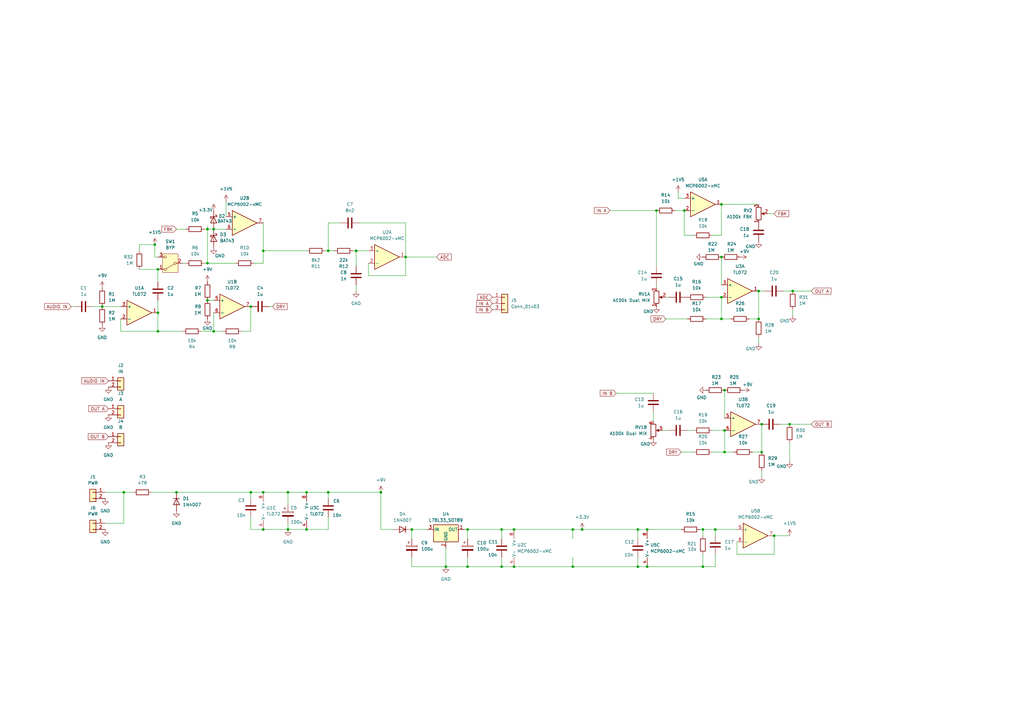
<source format=kicad_sch>
(kicad_sch (version 20231120) (generator "eeschema") (generator_version "8.0")
  (paper "A3")
  (title_block (title "Stereo AVR Digital Delay") (date "2025-02-22") (rev "0.1") (company "SMB Amplification"))
  (lib_symbols
    (symbol "Amplifier_Operational:MCP6002-xSN" (pin_names (offset 0.127))
      (property "Reference" "U" (at 0 5.08 0))
      (property "Value" "MCP6002-xSN" (at 0 -5.08 0))
      (symbol "MCP6002-xSN_1_1"
        (pin output line (at 7.62 0 180) (length 2.54) (name "~") (number "1"))
        (pin input line (at -7.62 -2.54 0) (length 2.54) (name "-") (number "2"))
        (pin input line (at -7.62 2.54 0) (length 2.54) (name "+") (number "3"))
      )
      (symbol "MCP6002-xSN_2_1"
        (pin input line (at -7.62 2.54 0) (length 2.54) (name "+") (number "5"))
        (pin input line (at -7.62 -2.54 0) (length 2.54) (name "-") (number "6"))
        (pin output line (at 7.62 0 180) (length 2.54) (name "~") (number "7"))
      )
      (symbol "MCP6002-xSN_3_1"
        (pin power_in line (at -2.54 -7.62 90) (length 3.81) (name "V-") (number "4"))
        (pin power_in line (at -2.54 7.62 270) (length 3.81) (name "V+") (number "8"))
      )
    )
    (symbol "Amplifier_Operational:TL072" (pin_names (offset 0.127))
      (property "Reference" "U" (at 0 5.08 0))
      (property "Value" "TL072" (at 0 -5.08 0))
      (symbol "TL072_1_1"
        (pin output line (at 7.62 0 180) (length 2.54) (name "~") (number "1"))
        (pin input line (at -7.62 -2.54 0) (length 2.54) (name "-") (number "2"))
        (pin input line (at -7.62 2.54 0) (length 2.54) (name "+") (number "3"))
      )
      (symbol "TL072_2_1"
        (pin input line (at -7.62 2.54 0) (length 2.54) (name "+") (number "5"))
        (pin input line (at -7.62 -2.54 0) (length 2.54) (name "-") (number "6"))
        (pin output line (at 7.62 0 180) (length 2.54) (name "~") (number "7"))
      )
      (symbol "TL072_3_1"
        (pin power_in line (at -2.54 -7.62 90) (length 3.81) (name "V-") (number "4"))
        (pin power_in line (at -2.54 7.62 270) (length 3.81) (name "V+") (number "8"))
      )
    )
    (symbol "Connector_Generic:Conn_01x02" (pin_names (offset 1.016) hide)
      (property "Reference" "J" (at 0 2.54 0))
      (property "Value" "Conn_01x02" (at 0 -5.08 0))
      (symbol "Conn_01x02_1_1"
        (pin passive line (at -5.08 0 0) (length 3.81) (name "Pin_1") (number "1"))
        (pin passive line (at -5.08 -2.54 0) (length 3.81) (name "Pin_2") (number "2"))
      )
    )
    (symbol "Connector_Generic:Conn_01x03" (pin_names (offset 1.016) hide)
      (property "Reference" "J" (at 0 5.08 0))
      (property "Value" "Conn_01x03" (at 0 -5.08 0))
      (symbol "Conn_01x03_1_1"
        (pin passive line (at -5.08 2.54 0) (length 3.81) (name "Pin_1") (number "1"))
        (pin passive line (at -5.08 0 0) (length 3.81) (name "Pin_2") (number "2"))
        (pin passive line (at -5.08 -2.54 0) (length 3.81) (name "Pin_3") (number "3"))
      )
    )
    (symbol "Device:C" (pin_numbers hide) (pin_names (offset 0.254))
      (property "Reference" "C" (at 0.635 2.54 0))
      (property "Value" "C" (at 0.635 -2.54 0))
      (symbol "C_1_1"
        (pin passive line (at 0 3.81 270) (length 2.794) (name "~") (number "1"))
        (pin passive line (at 0 -3.81 90) (length 2.794) (name "~") (number "2"))
      )
    )
    (symbol "Device:C_Polarized" (pin_numbers hide) (pin_names (offset 0.254))
      (property "Reference" "C" (at 0.635 2.54 0))
      (property "Value" "C_Polarized" (at 0.635 -2.54 0))
      (symbol "C_Polarized_1_1"
        (pin passive line (at 0 3.81 270) (length 2.794) (name "~") (number "1"))
        (pin passive line (at 0 -3.81 90) (length 2.794) (name "~") (number "2"))
      )
    )
    (symbol "Device:D" (pin_numbers hide) (pin_names (offset 1.016) hide)
      (property "Reference" "D" (at 0 2.54 0))
      (property "Value" "D" (at 0 -2.54 0))
      (symbol "D_1_1"
        (pin passive line (at -3.81 0 0) (length 2.54) (name "K") (number "1"))
        (pin passive line (at 3.81 0 180) (length 2.54) (name "A") (number "2"))
      )
    )
    (symbol "Device:D_Schottky" (pin_numbers hide) (pin_names (offset 1.016) hide)
      (property "Reference" "D" (at 0 2.54 0))
      (property "Value" "D_Schottky" (at 0 -2.54 0))
      (symbol "D_Schottky_1_1"
        (pin passive line (at -3.81 0 0) (length 2.54) (name "K") (number "1"))
        (pin passive line (at 3.81 0 180) (length 2.54) (name "A") (number "2"))
      )
    )
    (symbol "Device:R" (pin_numbers hide) (pin_names (offset 0))
      (property "Reference" "R" (at 2.032 0 90))
      (property "Value" "R" (at 0 0 90))
      (symbol "R_1_1"
        (pin passive line (at 0 3.81 270) (length 1.27) (name "~") (number "1"))
        (pin passive line (at 0 -3.81 90) (length 1.27) (name "~") (number "2"))
      )
    )
    (symbol "Device:R_Potentiometer" (pin_names (offset 1.016) hide)
      (property "Reference" "RV" (at -4.445 0 90))
      (property "Value" "R_Potentiometer" (at -2.54 0 90))
      (symbol "R_Potentiometer_1_1"
        (pin passive line (at 0 3.81 270) (length 1.27) (name "1") (number "1"))
        (pin passive line (at 3.81 0 180) (length 1.27) (name "2") (number "2"))
        (pin passive line (at 0 -3.81 90) (length 1.27) (name "3") (number "3"))
      )
    )
    (symbol "Device:R_Potentiometer_Dual_Separate" (pin_names (offset 1.016) hide)
      (property "Reference" "RV" (at -4.445 0 90))
      (property "Value" "R_Potentiometer_Dual_Separate" (at -2.54 0 90))
      (symbol "R_Potentiometer_Dual_Separate_1_1"
        (pin passive line (at 0 3.81 270) (length 1.27) (name "1") (number "1"))
        (pin passive line (at 3.81 0 180) (length 1.27) (name "2") (number "2"))
        (pin passive line (at 0 -3.81 90) (length 1.27) (name "3") (number "3"))
      )
      (symbol "R_Potentiometer_Dual_Separate_2_1"
        (pin passive line (at 0 3.81 270) (length 1.27) (name "4") (number "4"))
        (pin passive line (at 3.81 0 180) (length 1.27) (name "5") (number "5"))
        (pin passive line (at 0 -3.81 90) (length 1.27) (name "6") (number "6"))
      )
    )
    (symbol "Regulator_Linear:L78L33_SOT89" (pin_names (offset 0.254))
      (property "Reference" "U" (at -3.81 3.175 0))
      (property "Value" "L78L33_SOT89" (at -0.635 3.175 0))
      (symbol "L78L33_SOT89_1_1"
        (pin power_out line (at 7.62 0 180) (length 2.54) (name "OUT") (number "1"))
        (pin power_in line (at 0 -7.62 90) (length 2.54) (name "GND") (number "2"))
        (pin power_in line (at -7.62 0 0) (length 2.54) (name "IN") (number "3"))
      )
    )
    (symbol "Switch:SW_SPDT" (pin_names (offset 0) hide)
      (property "Reference" "SW" (at 0 5.08 0))
      (property "Value" "SW_SPDT" (at 0 -5.08 0))
      (symbol "SW_SPDT_1_1"
        (pin passive line (at 5.08 2.54 180) (length 2.54) (name "A") (number "1"))
        (pin passive line (at -5.08 0 0) (length 2.54) (name "B") (number "2"))
        (pin passive line (at 5.08 -2.54 180) (length 2.54) (name "C") (number "3"))
      )
    )
    (symbol "power:+1V5" (power) (pin_numbers hide) (pin_names (offset 0) hide)
      (property "Value" "+1V5" (at 0 3.556 0))
      (symbol "+1V5_1_1"
        (pin power_in line (at 0 0 90) (length 0) (name "~") (number "1"))
      )
    )
    (symbol "power:+3.3V" (power) (pin_numbers hide) (pin_names (offset 0) hide)
      (property "Value" "+3.3V" (at 0 3.556 0))
      (symbol "+3.3V_1_1"
        (pin power_in line (at 0 0 90) (length 0) (name "~") (number "1"))
      )
    )
    (symbol "power:+9V" (power) (pin_numbers hide) (pin_names (offset 0) hide)
      (property "Value" "+9V" (at 0 3.556 0))
      (symbol "+9V_1_1"
        (pin power_in line (at 0 0 90) (length 0) (name "~") (number "1"))
      )
    )
    (symbol "power:GND" (power) (pin_numbers hide) (pin_names (offset 0) hide)
      (property "Value" "GND" (at 0 -3.81 0))
      (symbol "GND_1_1"
        (pin power_in line (at 0 0 270) (length 0) (name "~") (number "1"))
      )
    )
  )
  (junction (at 311.15 119.38))
  (junction (at 297.18 176.53))
  (junction (at 295.91 83.82))
  (junction (at 234.95 232.41))
  (junction (at 265.43 217.17))
  (junction (at 265.43 232.41))
  (junction (at 293.37 217.17))
  (junction (at 107.95 201.93))
  (junction (at 280.67 86.36))
  (junction (at 102.87 125.73))
  (junction (at 210.82 232.41))
  (junction (at 87.63 135.89))
  (junction (at 118.11 201.93))
  (junction (at 234.95 217.17))
  (junction (at 323.85 173.99))
  (junction (at 64.77 110.49))
  (junction (at 50.8 201.93))
  (junction (at 312.42 173.99))
  (junction (at 72.39 201.93))
  (junction (at 295.91 121.92))
  (junction (at 312.42 185.42))
  (junction (at 297.18 185.42))
  (junction (at 182.88 232.41))
  (junction (at 191.77 217.17))
  (junction (at 63.5 100.33))
  (junction (at 168.91 217.17))
  (junction (at 85.09 93.98))
  (junction (at 134.62 102.87))
  (junction (at 146.05 102.87))
  (junction (at 325.12 119.38))
  (junction (at 288.29 217.17))
  (junction (at 41.91 125.73))
  (junction (at 261.62 232.41))
  (junction (at 85.09 123.19))
  (junction (at 191.77 232.41))
  (junction (at 64.77 135.89))
  (junction (at 295.91 105.41))
  (junction (at 238.76 217.17))
  (junction (at 85.09 107.95))
  (junction (at 317.5 219.71))
  (junction (at 205.74 232.41))
  (junction (at 118.11 217.17))
  (junction (at 269.24 86.36))
  (junction (at 288.29 232.41))
  (junction (at 87.63 93.98))
  (junction (at 295.91 130.81))
  (junction (at 205.74 217.17))
  (junction (at 107.95 102.87))
  (junction (at 210.82 217.17))
  (junction (at 134.62 201.93))
  (junction (at 64.77 128.27))
  (junction (at 107.95 217.17))
  (junction (at 102.87 201.93))
  (junction (at 166.37 105.41))
  (junction (at 311.15 130.81))
  (junction (at 156.21 201.93))
  (junction (at 125.73 217.17))
  (junction (at 297.18 160.02))
  (junction (at 125.73 201.93))
  (junction (at 261.62 217.17))
  (wire (pts (xy 168.91 228.6) (xy 168.91 232.41)))
  (wire (pts (xy 191.77 217.17) (xy 205.74 217.17)))
  (wire (pts (xy 62.23 201.93) (xy 72.39 201.93)))
  (wire (pts (xy 311.15 138.43) (xy 311.15 140.97)))
  (wire (pts (xy 118.11 217.17) (xy 125.73 217.17)))
  (wire (pts (xy 49.53 135.89) (xy 64.77 135.89)))
  (wire (pts (xy 302.26 227.33) (xy 317.5 227.33)))
  (wire (pts (xy 134.62 212.09) (xy 134.62 217.17)))
  (wire (pts (xy 293.37 217.17) (xy 293.37 219.71)))
  (wire (pts (xy 190.5 217.17) (xy 191.77 217.17)))
  (wire (pts (xy 99.06 135.89) (xy 102.87 135.89)))
  (wire (pts (xy 311.15 130.81) (xy 307.34 130.81)))
  (wire (pts (xy 29.21 125.73) (xy 30.48 125.73)))
  (wire (pts (xy 288.29 227.33) (xy 288.29 232.41)))
  (wire (pts (xy 280.67 96.52) (xy 284.48 96.52)))
  (wire (pts (xy 156.21 201.93) (xy 156.21 217.17)))
  (wire (pts (xy 281.94 176.53) (xy 284.48 176.53)))
  (wire (pts (xy 288.29 217.17) (xy 288.29 219.71)))
  (wire (pts (xy 295.91 130.81) (xy 295.91 121.92)))
  (wire (pts (xy 83.82 93.98) (xy 85.09 93.98)))
  (wire (pts (xy 41.91 125.73) (xy 49.53 125.73)))
  (wire (pts (xy 292.1 176.53) (xy 297.18 176.53)))
  (wire (pts (xy 311.15 119.38) (xy 313.69 119.38)))
  (wire (pts (xy 168.91 232.41) (xy 182.88 232.41)))
  (wire (pts (xy 312.42 193.04) (xy 312.42 195.58)))
  (wire (pts (xy 311.15 119.38) (xy 311.15 130.81)))
  (wire (pts (xy 102.87 135.89) (xy 102.87 125.73)))
  (wire (pts (xy 85.09 93.98) (xy 87.63 93.98)))
  (wire (pts (xy 325.12 127) (xy 325.12 129.54)))
  (wire (pts (xy 85.09 92.71) (xy 85.09 93.98)))
  (wire (pts (xy 85.09 93.98) (xy 85.09 107.95)))
  (wire (pts (xy 252.73 161.29) (xy 267.97 161.29)))
  (wire (pts (xy 102.87 201.93) (xy 102.87 204.47)))
  (wire (pts (xy 166.37 113.03) (xy 166.37 105.41)))
  (wire (pts (xy 205.74 217.17) (xy 205.74 220.98)))
  (wire (pts (xy 300.99 185.42) (xy 297.18 185.42)))
  (wire (pts (xy 293.37 227.33) (xy 293.37 232.41)))
  (wire (pts (xy 234.95 232.41) (xy 234.95 228.6)))
  (wire (pts (xy 234.95 217.17) (xy 234.95 220.98)))
  (wire (pts (xy 134.62 102.87) (xy 137.16 102.87)))
  (wire (pts (xy 302.26 222.25) (xy 302.26 227.33)))
  (wire (pts (xy 151.13 107.95) (xy 151.13 113.03)))
  (wire (pts (xy 110.49 125.73) (xy 111.76 125.73)))
  (wire (pts (xy 265.43 217.17) (xy 279.4 217.17)))
  (wire (pts (xy 295.91 96.52) (xy 295.91 83.82)))
  (wire (pts (xy 325.12 119.38) (xy 332.74 119.38)))
  (wire (pts (xy 312.42 185.42) (xy 308.61 185.42)))
  (wire (pts (xy 107.95 102.87) (xy 125.73 102.87)))
  (wire (pts (xy 64.77 115.57) (xy 64.77 110.49)))
  (wire (pts (xy 289.56 130.81) (xy 295.91 130.81)))
  (wire (pts (xy 191.77 228.6) (xy 191.77 232.41)))
  (wire (pts (xy 210.82 232.41) (xy 234.95 232.41)))
  (wire (pts (xy 146.05 102.87) (xy 146.05 109.22)))
  (wire (pts (xy 134.62 91.44) (xy 134.62 102.87)))
  (wire (pts (xy 102.87 201.93) (xy 107.95 201.93)))
  (wire (pts (xy 139.7 91.44) (xy 134.62 91.44)))
  (wire (pts (xy 107.95 91.44) (xy 107.95 102.87)))
  (wire (pts (xy 267.97 168.91) (xy 267.97 172.72)))
  (wire (pts (xy 146.05 102.87) (xy 151.13 102.87)))
  (wire (pts (xy 295.91 105.41) (xy 295.91 116.84)))
  (wire (pts (xy 182.88 232.41) (xy 191.77 232.41)))
  (wire (pts (xy 102.87 217.17) (xy 107.95 217.17)))
  (wire (pts (xy 166.37 91.44) (xy 166.37 105.41)))
  (wire (pts (xy 43.18 214.63) (xy 50.8 214.63)))
  (wire (pts (xy 234.95 217.17) (xy 238.76 217.17)))
  (wire (pts (xy 279.4 185.42) (xy 284.48 185.42)))
  (wire (pts (xy 278.13 81.28) (xy 278.13 78.74)))
  (wire (pts (xy 166.37 105.41) (xy 179.07 105.41)))
  (wire (pts (xy 297.18 185.42) (xy 297.18 176.53)))
  (wire (pts (xy 320.04 173.99) (xy 323.85 173.99)))
  (wire (pts (xy 205.74 228.6) (xy 205.74 232.41)))
  (wire (pts (xy 161.29 217.17) (xy 156.21 217.17)))
  (wire (pts (xy 269.24 86.36) (xy 269.24 109.22)))
  (wire (pts (xy 107.95 107.95) (xy 107.95 102.87)))
  (wire (pts (xy 92.71 82.55) (xy 92.71 88.9)))
  (wire (pts (xy 83.82 107.95) (xy 85.09 107.95)))
  (wire (pts (xy 312.42 173.99) (xy 312.42 185.42)))
  (wire (pts (xy 125.73 201.93) (xy 134.62 201.93)))
  (wire (pts (xy 297.18 160.02) (xy 297.18 171.45)))
  (wire (pts (xy 191.77 217.17) (xy 191.77 220.98)))
  (wire (pts (xy 63.5 105.41) (xy 63.5 100.33)))
  (wire (pts (xy 250.19 86.36) (xy 269.24 86.36)))
  (wire (pts (xy 151.13 113.03) (xy 166.37 113.03)))
  (wire (pts (xy 85.09 123.19) (xy 87.63 123.19)))
  (wire (pts (xy 64.77 123.19) (xy 64.77 128.27)))
  (wire (pts (xy 292.1 96.52) (xy 295.91 96.52)))
  (wire (pts (xy 74.93 107.95) (xy 76.2 107.95)))
  (wire (pts (xy 271.78 176.53) (xy 274.32 176.53)))
  (wire (pts (xy 168.91 217.17) (xy 168.91 220.98)))
  (wire (pts (xy 134.62 217.17) (xy 125.73 217.17)))
  (wire (pts (xy 43.18 201.93) (xy 50.8 201.93)))
  (wire (pts (xy 64.77 105.41) (xy 63.5 105.41)))
  (wire (pts (xy 289.56 121.92) (xy 295.91 121.92)))
  (wire (pts (xy 288.29 217.17) (xy 293.37 217.17)))
  (wire (pts (xy 261.62 232.41) (xy 265.43 232.41)))
  (wire (pts (xy 87.63 93.98) (xy 92.71 93.98)))
  (wire (pts (xy 299.72 130.81) (xy 295.91 130.81)))
  (wire (pts (xy 234.95 232.41) (xy 261.62 232.41)))
  (wire (pts (xy 134.62 201.93) (xy 134.62 204.47)))
  (wire (pts (xy 72.39 201.93) (xy 102.87 201.93)))
  (wire (pts (xy 261.62 217.17) (xy 238.76 217.17)))
  (wire (pts (xy 292.1 185.42) (xy 297.18 185.42)))
  (wire (pts (xy 146.05 116.84) (xy 146.05 119.38)))
  (wire (pts (xy 64.77 135.89) (xy 74.93 135.89)))
  (wire (pts (xy 118.11 201.93) (xy 125.73 201.93)))
  (wire (pts (xy 314.96 87.63) (xy 317.5 87.63)))
  (wire (pts (xy 118.11 217.17) (xy 118.11 214.63)))
  (wire (pts (xy 50.8 201.93) (xy 54.61 201.93)))
  (wire (pts (xy 323.85 173.99) (xy 332.74 173.99)))
  (wire (pts (xy 147.32 91.44) (xy 166.37 91.44)))
  (wire (pts (xy 144.78 102.87) (xy 146.05 102.87)))
  (wire (pts (xy 210.82 217.17) (xy 234.95 217.17)))
  (wire (pts (xy 321.31 119.38) (xy 325.12 119.38)))
  (wire (pts (xy 276.86 86.36) (xy 280.67 86.36)))
  (wire (pts (xy 205.74 232.41) (xy 210.82 232.41)))
  (wire (pts (xy 118.11 201.93) (xy 118.11 207.01)))
  (wire (pts (xy 82.55 135.89) (xy 87.63 135.89)))
  (wire (pts (xy 280.67 86.36) (xy 280.67 96.52)))
  (wire (pts (xy 133.35 102.87) (xy 134.62 102.87)))
  (wire (pts (xy 205.74 217.17) (xy 210.82 217.17)))
  (wire (pts (xy 261.62 220.98) (xy 261.62 217.17)))
  (wire (pts (xy 273.05 121.92) (xy 274.32 121.92)))
  (wire (pts (xy 49.53 130.81) (xy 49.53 135.89)))
  (wire (pts (xy 293.37 232.41) (xy 288.29 232.41)))
  (wire (pts (xy 57.15 100.33) (xy 63.5 100.33)))
  (wire (pts (xy 273.05 130.81) (xy 281.94 130.81)))
  (wire (pts (xy 182.88 224.79) (xy 182.88 232.41)))
  (wire (pts (xy 323.85 181.61) (xy 323.85 189.23)))
  (wire (pts (xy 50.8 214.63) (xy 50.8 201.93)))
  (wire (pts (xy 85.09 107.95) (xy 96.52 107.95)))
  (wire (pts (xy 102.87 212.09) (xy 102.87 217.17)))
  (wire (pts (xy 288.29 232.41) (xy 265.43 232.41)))
  (wire (pts (xy 323.85 219.71) (xy 317.5 219.71)))
  (wire (pts (xy 287.02 217.17) (xy 288.29 217.17)))
  (wire (pts (xy 175.26 217.17) (xy 168.91 217.17)))
  (wire (pts (xy 261.62 228.6) (xy 261.62 232.41)))
  (wire (pts (xy 57.15 110.49) (xy 64.77 110.49)))
  (wire (pts (xy 38.1 125.73) (xy 41.91 125.73)))
  (wire (pts (xy 87.63 135.89) (xy 87.63 128.27)))
  (wire (pts (xy 57.15 102.87) (xy 57.15 100.33)))
  (wire (pts (xy 317.5 227.33) (xy 317.5 219.71)))
  (wire (pts (xy 134.62 201.93) (xy 156.21 201.93)))
  (wire (pts (xy 64.77 128.27) (xy 64.77 135.89)))
  (wire (pts (xy 191.77 232.41) (xy 205.74 232.41)))
  (wire (pts (xy 107.95 107.95) (xy 104.14 107.95)))
  (wire (pts (xy 261.62 217.17) (xy 265.43 217.17)))
  (wire (pts (xy 91.44 135.89) (xy 87.63 135.89)))
  (wire (pts (xy 269.24 116.84) (xy 269.24 118.11)))
  (wire (pts (xy 280.67 81.28) (xy 278.13 81.28)))
  (wire (pts (xy 107.95 217.17) (xy 118.11 217.17)))
  (wire (pts (xy 293.37 217.17) (xy 302.26 217.17)))
  (wire (pts (xy 107.95 201.93) (xy 118.11 201.93)))
  (wire (pts (xy 295.91 83.82) (xy 311.15 83.82)))
  (wire (pts (xy 72.39 93.98) (xy 76.2 93.98)))
  (global_label "AUDIO IN" (shape input) (at 44.45 156.21 180) (property "Intersheetrefs" "${INTERSHEET_REFS}" (effects (hide yes))))
  (global_label "OUT B" (shape input) (at 332.74 173.99 0) (property "Intersheetrefs" "${INTERSHEET_REFS}" (effects (hide yes))))
  (global_label "ADC" (shape input) (at 201.93 121.92 180) (property "Intersheetrefs" "${INTERSHEET_REFS}" (effects (hide yes))))
  (global_label "IN A" (shape input) (at 250.19 86.36 180) (property "Intersheetrefs" "${INTERSHEET_REFS}" (effects (hide yes))))
  (global_label "OUT A" (shape input) (at 44.45 167.64 180) (property "Intersheetrefs" "${INTERSHEET_REFS}" (effects (hide yes))))
  (global_label "IN B" (shape input) (at 252.73 161.29 180) (property "Intersheetrefs" "${INTERSHEET_REFS}" (effects (hide yes))))
  (global_label "ADC" (shape input) (at 179.07 105.41 0) (property "Intersheetrefs" "${INTERSHEET_REFS}" (effects (hide yes))))
  (global_label "OUT B" (shape input) (at 44.45 179.07 180) (property "Intersheetrefs" "${INTERSHEET_REFS}" (effects (hide yes))))
  (global_label "FBK" (shape input) (at 72.39 93.98 180) (property "Intersheetrefs" "${INTERSHEET_REFS}" (effects (hide yes))))
  (global_label "DRY" (shape input) (at 273.05 130.81 180) (property "Intersheetrefs" "${INTERSHEET_REFS}" (effects (hide yes))))
  (global_label "OUT A" (shape input) (at 332.74 119.38 0) (property "Intersheetrefs" "${INTERSHEET_REFS}" (effects (hide yes))))
  (global_label "FBK" (shape input) (at 317.5 87.63 0) (property "Intersheetrefs" "${INTERSHEET_REFS}" (effects (hide yes))))
  (global_label "IN B" (shape input) (at 201.93 127 180) (property "Intersheetrefs" "${INTERSHEET_REFS}" (effects (hide yes))))
  (global_label "DRY" (shape input) (at 279.4 185.42 180) (property "Intersheetrefs" "${INTERSHEET_REFS}" (effects (hide yes))))
  (global_label "DRY" (shape input) (at 111.76 125.73 0) (property "Intersheetrefs" "${INTERSHEET_REFS}" (effects (hide yes))))
  (global_label "IN A" (shape input) (at 201.93 124.46 180) (property "Intersheetrefs" "${INTERSHEET_REFS}" (effects (hide yes))))
  (global_label "AUDIO IN" (shape input) (at 29.21 125.73 180) (property "Intersheetrefs" "${INTERSHEET_REFS}" (effects (hide yes))))
  (symbol (lib_id "Device:R_Potentiometer") (at 311.15 87.63 0) (mirror x) (unit 1) (in_bom no)
    (property "Reference" "RV2" (at 308.61 86.3599 0) (effects (justify right)))
    (property "Value" "A100k FBK" (at 308.61 88.8999 0) (effects (justify right)))
    (property "Footprint" "POT_ALPHA:RV16AF-41" (effects (hide yes)))
    (property "Description" "Potentiometer" (effects (hide yes)))
  )
  (symbol (lib_id "power:GND") (at 44.45 170.18 0) (unit 1)
    (property "Reference" "#PWR05" (effects (hide yes)))
    (property "Value" "GND" (at 44.45 175.26 0))
    (property "Description" "Power symbol creates a global label with name \"GND\" , ground" (effects (hide yes)))
  )
  (symbol (lib_id "Device:R") (at 129.54 102.87 90) (mirror x) (unit 1)
    (property "Reference" "R11" (at 129.54 109.22 90))
    (property "Value" "8k2" (at 129.54 106.68 90))
    (property "Footprint" "Resistor_SMD:R_0805_2012Metric" (effects (hide yes)))
    (property "Description" "Resistor" (effects (hide yes)))
  )
  (symbol (lib_id "power:GND") (at 267.97 180.34 0) (unit 1)
    (property "Reference" "#PWR019" (effects (hide yes)))
    (property "Value" "GND" (at 264.668 182.118 0))
    (property "Description" "Power symbol creates a global label with name \"GND\" , ground" (effects (hide yes)))
  )
  (symbol (lib_id "Amplifier_Operational:TL072") (at 110.49 209.55 0) (unit 3)
    (property "Reference" "U1" (at 109.22 208.2799 0) (effects (justify left)))
    (property "Value" "TL072" (at 109.22 210.8199 0) (effects (justify left)))
    (property "Footprint" "Package_SO:SOIC-8_3.9x4.9mm_P1.27mm" (effects (hide yes)))
    (property "Datasheet" "http://www.ti.com/lit/ds/symlink/tl071.pdf" (effects (hide yes)))
    (property "Description" "Dual Low-Noise JFET-Input Operational Amplifiers, DIP-8/SOIC-8" (effects (hide yes)))
  )
  (symbol (lib_id "Device:C_Polarized") (at 168.91 224.79 0) (unit 1) (in_bom no)
    (property "Reference" "C9" (at 172.72 222.6309 0) (effects (justify left)))
    (property "Value" "100u" (at 172.72 225.1709 0) (effects (justify left)))
    (property "Footprint" "Capacitor_THT:CP_Radial_D6.3mm_P2.50mm" (effects (hide yes)))
    (property "Description" "Polarized capacitor" (effects (hide yes)))
  )
  (symbol (lib_id "Device:R") (at 292.1 105.41 270) (mirror x) (unit 1)
    (property "Reference" "R22" (at 290.322 100.076 90) (effects (justify left)))
    (property "Value" "1M" (at 290.322 102.616 90) (effects (justify left)))
    (property "Footprint" "Resistor_SMD:R_0805_2012Metric" (effects (hide yes)))
    (property "Description" "Resistor" (effects (hide yes)))
  )
  (symbol (lib_id "power:+9V") (at 41.91 118.11 0) (unit 1)
    (property "Reference" "#PWR01" (effects (hide yes)))
    (property "Value" "+9V" (at 41.91 113.03 0))
    (property "Description" "Power symbol creates a global label with name \"+9V\"" (effects (hide yes)))
  )
  (symbol (lib_id "power:+1V5") (at 278.13 78.74 0) (unit 1)
    (property "Reference" "#PWR021" (effects (hide yes)))
    (property "Value" "+1V5" (at 278.13 73.66 0))
    (property "Description" "Power symbol creates a global label with name \"+1V5\"" (effects (hide yes)))
  )
  (symbol (lib_id "Amplifier_Operational:TL072") (at 304.8 173.99 0) (unit 2)
    (property "Reference" "U3" (at 304.8 163.83 0))
    (property "Value" "TL072" (at 304.8 166.37 0))
    (property "Footprint" "Package_SO:SOIC-8_3.9x4.9mm_P1.27mm" (effects (hide yes)))
    (property "Datasheet" "http://www.ti.com/lit/ds/symlink/tl071.pdf" (effects (hide yes)))
    (property "Description" "Dual Low-Noise JFET-Input Operational Amplifiers, DIP-8/SOIC-8" (effects (hide yes)))
  )
  (symbol (lib_id "Device:D_Schottky") (at 87.63 90.17 270) (unit 1) (in_bom no)
    (property "Reference" "D2" (at 89.662 88.646 90) (effects (justify left)))
    (property "Value" "BAT43" (at 89.154 90.678 90) (effects (justify left)))
    (property "Footprint" "Diode_THT:D_DO-35_SOD27_P7.62mm_Horizontal" (effects (hide yes)))
    (property "Description" "Schottky diode" (effects (hide yes)))
  )
  (symbol (lib_id "power:+1V5") (at 92.71 82.55 0) (unit 1)
    (property "Reference" "#PWR013" (effects (hide yes)))
    (property "Value" "+1V5" (at 92.71 77.47 0))
    (property "Description" "Power symbol creates a global label with name \"+1V5\"" (effects (hide yes)))
  )
  (symbol (lib_id "Device:R") (at 311.15 134.62 0) (unit 1)
    (property "Reference" "R28" (at 313.69 133.3499 0) (effects (justify left)))
    (property "Value" "1M" (at 313.69 135.8899 0) (effects (justify left)))
    (property "Footprint" "Resistor_SMD:R_0805_2012Metric" (effects (hide yes)))
    (property "Description" "Resistor" (effects (hide yes)))
  )
  (symbol (lib_id "Device:C") (at 34.29 125.73 90) (unit 1)
    (property "Reference" "C1" (at 34.29 118.11 90))
    (property "Value" "1u" (at 34.29 120.65 90))
    (property "Footprint" "Capacitor_SMD:C_1206_3216Metric" (effects (hide yes)))
    (property "Description" "Unpolarized capacitor" (effects (hide yes)))
  )
  (symbol (lib_id "Device:R") (at 323.85 177.8 0) (unit 1)
    (property "Reference" "R30" (at 326.39 176.5299 0) (effects (justify left)))
    (property "Value" "1M" (at 326.39 179.0699 0) (effects (justify left)))
    (property "Footprint" "Resistor_SMD:R_0805_2012Metric" (effects (hide yes)))
    (property "Description" "Resistor" (effects (hide yes)))
  )
  (symbol (lib_id "Device:R") (at 288.29 96.52 90) (unit 1)
    (property "Reference" "R18" (at 288.29 90.17 90))
    (property "Value" "10k" (at 288.29 92.71 90))
    (property "Footprint" "Resistor_SMD:R_0805_2012Metric" (effects (hide yes)))
    (property "Description" "Resistor" (effects (hide yes)))
  )
  (symbol (lib_id "Device:C") (at 267.97 165.1 0) (mirror x) (unit 1)
    (property "Reference" "C13" (at 264.16 163.8299 0) (effects (justify right)))
    (property "Value" "1u" (at 264.16 166.3699 0) (effects (justify right)))
    (property "Footprint" "Capacitor_SMD:C_1206_3216Metric" (effects (hide yes)))
    (property "Description" "Unpolarized capacitor" (effects (hide yes)))
  )
  (symbol (lib_id "Device:R") (at 288.29 185.42 90) (unit 1)
    (property "Reference" "R20" (at 288.29 179.07 90))
    (property "Value" "10k" (at 288.29 181.61 90))
    (property "Footprint" "Resistor_SMD:R_0805_2012Metric" (effects (hide yes)))
    (property "Description" "Resistor" (effects (hide yes)))
  )
  (symbol (lib_id "Device:C") (at 311.15 95.25 0) (mirror x) (unit 1)
    (property "Reference" "C18" (at 307.34 93.9799 0) (effects (justify right)))
    (property "Value" "1u" (at 307.34 96.5199 0) (effects (justify right)))
    (property "Footprint" "Capacitor_SMD:C_1206_3216Metric" (effects (hide yes)))
    (property "Description" "Unpolarized capacitor" (effects (hide yes)))
  )
  (symbol (lib_id "Device:R") (at 288.29 223.52 0) (mirror x) (unit 1)
    (property "Reference" "R21" (at 285.75 223.012 0) (effects (justify right)))
    (property "Value" "10k" (at 285.75 225.298 0) (effects (justify right)))
    (property "Footprint" "Resistor_SMD:R_0805_2012Metric" (effects (hide yes)))
    (property "Description" "Resistor" (effects (hide yes)))
  )
  (symbol (lib_id "Device:R") (at 140.97 102.87 90) (mirror x) (unit 1)
    (property "Reference" "R12" (at 140.97 109.22 90))
    (property "Value" "22k" (at 140.97 106.68 90))
    (property "Footprint" "Resistor_SMD:R_0805_2012Metric" (effects (hide yes)))
    (property "Description" "Resistor" (effects (hide yes)))
  )
  (symbol (lib_id "power:+1V5") (at 63.5 100.33 0) (unit 1)
    (property "Reference" "#PWR07" (effects (hide yes)))
    (property "Value" "+1V5" (at 63.5 95.25 0))
    (property "Description" "Power symbol creates a global label with name \"+1V5\"" (effects (hide yes)))
  )
  (symbol (lib_id "Amplifier_Operational:TL072") (at 95.25 125.73 0) (unit 2)
    (property "Reference" "U1" (at 95.25 115.57 0))
    (property "Value" "TL072" (at 95.25 118.11 0))
    (property "Footprint" "Package_SO:SOIC-8_3.9x4.9mm_P1.27mm" (effects (hide yes)))
    (property "Datasheet" "http://www.ti.com/lit/ds/symlink/tl071.pdf" (effects (hide yes)))
    (property "Description" "Dual Low-Noise JFET-Input Operational Amplifiers, DIP-8/SOIC-8" (effects (hide yes)))
  )
  (symbol (lib_id "Connector_Generic:Conn_01x02") (at 49.53 179.07 0) (unit 1) (in_bom no)
    (property "Reference" "J4" (at 49.53 172.72 0))
    (property "Value" "B" (at 49.53 175.26 0))
    (property "Footprint" "Connector_PinHeader_2.54mm:PinHeader_1x02_P2.54mm_Vertical" (effects (hide yes)))
    (property "Description" "Generic connector, single row, 01x02, script generated (kicad-library-utils/schlib/autogen/connector/)" (effects (hide yes)))
  )
  (symbol (lib_id "power:GND") (at 85.09 130.81 0) (unit 1)
    (property "Reference" "#PWR010" (effects (hide yes)))
    (property "Value" "GND" (at 85.09 134.62 0))
    (property "Description" "Power symbol creates a global label with name \"GND\" , ground" (effects (hide yes)))
  )
  (symbol (lib_id "Device:R") (at 95.25 135.89 90) (mirror x) (unit 1)
    (property "Reference" "R9" (at 95.25 142.24 90))
    (property "Value" "10k" (at 95.25 139.7 90))
    (property "Footprint" "Resistor_SMD:R_0805_2012Metric" (effects (hide yes)))
    (property "Description" "Resistor" (effects (hide yes)))
  )
  (symbol (lib_id "Device:R") (at 300.99 160.02 270) (mirror x) (unit 1)
    (property "Reference" "R25" (at 299.212 154.686 90) (effects (justify left)))
    (property "Value" "1M" (at 299.212 157.226 90) (effects (justify left)))
    (property "Footprint" "Resistor_SMD:R_0805_2012Metric" (effects (hide yes)))
    (property "Description" "Resistor" (effects (hide yes)))
  )
  (symbol (lib_id "Device:R") (at 78.74 135.89 90) (mirror x) (unit 1)
    (property "Reference" "R4" (at 78.74 142.24 90))
    (property "Value" "10k" (at 78.74 139.7 90))
    (property "Footprint" "Resistor_SMD:R_0805_2012Metric" (effects (hide yes)))
    (property "Description" "Resistor" (effects (hide yes)))
  )
  (symbol (lib_id "Device:R") (at 85.09 127 0) (mirror y) (unit 1)
    (property "Reference" "R8" (at 82.55 125.7299 0) (effects (justify left)))
    (property "Value" "1M" (at 82.55 128.2699 0) (effects (justify left)))
    (property "Footprint" "Resistor_SMD:R_0805_2012Metric" (effects (hide yes)))
    (property "Description" "Resistor" (effects (hide yes)))
  )
  (symbol (lib_id "Device:R") (at 288.29 176.53 90) (unit 1)
    (property "Reference" "R19" (at 288.29 170.18 90))
    (property "Value" "10k" (at 288.29 172.72 90))
    (property "Footprint" "Resistor_SMD:R_0805_2012Metric" (effects (hide yes)))
    (property "Description" "Resistor" (effects (hide yes)))
  )
  (symbol (lib_id "Device:R_Potentiometer_Dual_Separate") (at 267.97 176.53 0) (mirror x) (unit 2) (in_bom no)
    (property "Reference" "RV1" (at 265.43 175.2599 0) (effects (justify right)))
    (property "Value" "A100k Dual MIX" (at 265.43 177.7999 0) (effects (justify right)))
    (property "Footprint" "POT_ALPHA:RV16A01F-41" (effects (hide yes)))
    (property "Description" "Dual potentiometer, separate units" (effects (hide yes)))
  )
  (symbol (lib_id "Amplifier_Operational:TL072") (at 57.15 128.27 0) (unit 1)
    (property "Reference" "U1" (at 57.15 118.11 0))
    (property "Value" "TL072" (at 57.15 120.65 0))
    (property "Footprint" "Package_SO:SOIC-8_3.9x4.9mm_P1.27mm" (effects (hide yes)))
    (property "Datasheet" "http://www.ti.com/lit/ds/symlink/tl071.pdf" (effects (hide yes)))
    (property "Description" "Dual Low-Noise JFET-Input Operational Amplifiers, DIP-8/SOIC-8" (effects (hide yes)))
  )
  (symbol (lib_id "Connector_Generic:Conn_01x02") (at 38.1 201.93 0) (mirror y) (unit 1) (in_bom no)
    (property "Reference" "J1" (at 38.1 195.58 0))
    (property "Value" "PWR" (at 38.1 198.12 0))
    (property "Footprint" "Connector_PinHeader_2.54mm:PinHeader_1x02_P2.54mm_Vertical" (effects (hide yes)))
    (property "Description" "Generic connector, single row, 01x02, script generated (kicad-library-utils/schlib/autogen/connector/)" (effects (hide yes)))
  )
  (symbol (lib_id "Device:R") (at 80.01 93.98 90) (unit 1)
    (property "Reference" "R5" (at 80.01 87.63 90))
    (property "Value" "10k" (at 80.01 90.17 90))
    (property "Footprint" "Resistor_SMD:R_0805_2012Metric" (effects (hide yes)))
    (property "Description" "Resistor" (effects (hide yes)))
  )
  (symbol (lib_id "power:GND") (at 41.91 133.35 0) (unit 1)
    (property "Reference" "#PWR02" (effects (hide yes)))
    (property "Value" "GND" (at 41.91 138.43 0))
    (property "Description" "Power symbol creates a global label with name \"GND\" , ground" (effects (hide yes)))
  )
  (symbol (lib_id "power:GND") (at 44.45 181.61 0) (unit 1)
    (property "Reference" "#PWR06" (effects (hide yes)))
    (property "Value" "GND" (at 44.45 186.69 0))
    (property "Description" "Power symbol creates a global label with name \"GND\" , ground" (effects (hide yes)))
  )
  (symbol (lib_id "Amplifier_Operational:TL072") (at 128.27 209.55 0) (unit 3)
    (property "Reference" "U3" (at 127 208.2799 0) (effects (justify left)))
    (property "Value" "TL072" (at 127 210.8199 0) (effects (justify left)))
    (property "Footprint" "Package_SO:SOIC-8_3.9x4.9mm_P1.27mm" (effects (hide yes)))
    (property "Datasheet" "http://www.ti.com/lit/ds/symlink/tl071.pdf" (effects (hide yes)))
    (property "Description" "Dual Low-Noise JFET-Input Operational Amplifiers, DIP-8/SOIC-8" (effects (hide yes)))
  )
  (symbol (lib_id "Device:C") (at 143.51 91.44 90) (unit 1)
    (property "Reference" "C7" (at 143.51 83.82 90))
    (property "Value" "8n2" (at 143.51 86.36 90))
    (property "Footprint" "Capacitor_SMD:C_0603_1608Metric" (effects (hide yes)))
    (property "Description" "Unpolarized capacitor" (effects (hide yes)))
  )
  (symbol (lib_id "Device:R") (at 304.8 185.42 90) (unit 1)
    (property "Reference" "R27" (at 304.8 179.07 90))
    (property "Value" "10k" (at 304.8 181.61 90))
    (property "Footprint" "Resistor_SMD:R_0805_2012Metric" (effects (hide yes)))
    (property "Description" "Resistor" (effects (hide yes)))
  )
  (symbol (lib_id "power:GND") (at 182.88 232.41 0) (unit 1)
    (property "Reference" "#PWR017" (effects (hide yes)))
    (property "Value" "GND" (at 182.88 237.49 0))
    (property "Description" "Power symbol creates a global label with name \"GND\" , ground" (effects (hide yes)))
  )
  (symbol (lib_id "Device:R") (at 273.05 86.36 90) (unit 1)
    (property "Reference" "R14" (at 273.05 80.01 90))
    (property "Value" "10k" (at 273.05 82.55 90))
    (property "Footprint" "Resistor_SMD:R_0805_2012Metric" (effects (hide yes)))
    (property "Description" "Resistor" (effects (hide yes)))
  )
  (symbol (lib_id "Device:R") (at 312.42 189.23 0) (unit 1)
    (property "Reference" "R29" (at 314.96 187.9599 0) (effects (justify left)))
    (property "Value" "1M" (at 314.96 190.4999 0) (effects (justify left)))
    (property "Footprint" "Resistor_SMD:R_0805_2012Metric" (effects (hide yes)))
    (property "Description" "Resistor" (effects (hide yes)))
  )
  (symbol (lib_id "Device:C") (at 278.13 176.53 90) (unit 1)
    (property "Reference" "C16" (at 278.13 168.91 90))
    (property "Value" "1u" (at 278.13 171.45 90))
    (property "Footprint" "Capacitor_SMD:C_1206_3216Metric" (effects (hide yes)))
    (property "Description" "Unpolarized capacitor" (effects (hide yes)))
  )
  (symbol (lib_id "power:+3.3V") (at 87.63 86.36 0) (unit 1)
    (property "Reference" "#PWR011" (effects (hide yes)))
    (property "Value" "+3.3V" (at 84.328 86.106 0))
    (property "Description" "Power symbol creates a global label with name \"+3.3V\"" (effects (hide yes)))
  )
  (symbol (lib_id "power:GND") (at 325.12 129.54 0) (unit 1)
    (property "Reference" "#PWR031" (effects (hide yes)))
    (property "Value" "GND" (at 321.818 131.572 0))
    (property "Description" "Power symbol creates a global label with name \"GND\" , ground" (effects (hide yes)))
  )
  (symbol (lib_id "Device:R") (at 57.15 106.68 0) (mirror y) (unit 1)
    (property "Reference" "R32" (at 54.61 105.4099 0) (effects (justify left)))
    (property "Value" "1M" (at 54.61 107.9499 0) (effects (justify left)))
    (property "Footprint" "Resistor_SMD:R_0805_2012Metric" (effects (hide yes)))
    (property "Description" "Resistor" (effects (hide yes)))
  )
  (symbol (lib_id "Device:C_Polarized") (at 118.11 210.82 0) (unit 1) (in_bom no)
    (property "Reference" "C5" (at 119.126 208.28 0) (effects (justify left)))
    (property "Value" "100u" (at 119.126 214.122 0) (effects (justify left)))
    (property "Footprint" "Capacitor_THT:CP_Radial_D6.3mm_P2.50mm" (effects (hide yes)))
    (property "Description" "Polarized capacitor" (effects (hide yes)))
  )
  (symbol (lib_id "power:GND") (at 87.63 101.6 0) (unit 1)
    (property "Reference" "#PWR012" (effects (hide yes)))
    (property "Value" "GND" (at 90.17 104.902 0))
    (property "Description" "Power symbol creates a global label with name \"GND\" , ground" (effects (hide yes)))
  )
  (symbol (lib_id "Amplifier_Operational:MCP6002-xSN") (at 267.97 224.79 0) (unit 3) (in_bom no)
    (property "Reference" "U5" (at 266.7 223.5199 0) (effects (justify left)))
    (property "Value" "MCP6002-xMC" (at 266.7 226.0599 0) (effects (justify left)))
    (property "Footprint" "Package_DIP:DIP-8_W7.62mm_Socket" (effects (hide yes)))
    (property "Datasheet" "http://ww1.microchip.com/downloads/en/DeviceDoc/21733j.pdf" (effects (hide yes)))
    (property "Description" "1MHz, Low-Power Op Amp, SOIC-8" (effects (hide yes)))
  )
  (symbol (lib_id "Device:R") (at 41.91 129.54 0) (unit 1)
    (property "Reference" "R2" (at 44.45 128.2699 0) (effects (justify left)))
    (property "Value" "1M" (at 44.45 130.8099 0) (effects (justify left)))
    (property "Footprint" "Resistor_SMD:R_0805_2012Metric" (effects (hide yes)))
    (property "Description" "Resistor" (effects (hide yes)))
  )
  (symbol (lib_id "power:GND") (at 323.85 189.23 0) (unit 1)
    (property "Reference" "#PWR029" (effects (hide yes)))
    (property "Value" "GND" (at 320.548 191.262 0))
    (property "Description" "Power symbol creates a global label with name \"GND\" , ground" (effects (hide yes)))
  )
  (symbol (lib_id "Device:R") (at 293.37 160.02 270) (mirror x) (unit 1)
    (property "Reference" "R23" (at 291.846 154.686 90) (effects (justify left)))
    (property "Value" "1M" (at 291.846 157.226 90) (effects (justify left)))
    (property "Footprint" "Resistor_SMD:R_0805_2012Metric" (effects (hide yes)))
    (property "Description" "Resistor" (effects (hide yes)))
  )
  (symbol (lib_id "power:+3.3V") (at 238.76 217.17 0) (unit 1)
    (property "Reference" "#PWR018" (effects (hide yes)))
    (property "Value" "+3.3V" (at 238.76 212.09 0))
    (property "Description" "Power symbol creates a global label with name \"+3.3V\"" (effects (hide yes)))
  )
  (symbol (lib_id "power:GND") (at 311.15 99.06 0) (unit 1)
    (property "Reference" "#PWR026" (effects (hide yes)))
    (property "Value" "GND" (at 307.848 101.092 0))
    (property "Description" "Power symbol creates a global label with name \"GND\" , ground" (effects (hide yes)))
  )
  (symbol (lib_id "Amplifier_Operational:MCP6002-xSN") (at 158.75 105.41 0) (unit 1) (in_bom no)
    (property "Reference" "U2" (at 158.75 95.25 0))
    (property "Value" "MCP6002-xMC" (at 158.75 97.79 0))
    (property "Footprint" "Package_DIP:DIP-8_W7.62mm_Socket" (effects (hide yes)))
    (property "Datasheet" "http://ww1.microchip.com/downloads/en/DeviceDoc/21733j.pdf" (effects (hide yes)))
    (property "Description" "1MHz, Low-Power Op Amp, SOIC-8" (effects (hide yes)))
  )
  (symbol (lib_id "power:GND") (at 288.29 105.41 270) (unit 1)
    (property "Reference" "#PWR022" (effects (hide yes)))
    (property "Value" "GND" (at 286.512 108.204 90))
    (property "Description" "Power symbol creates a global label with name \"GND\" , ground" (effects (hide yes)))
  )
  (symbol (lib_id "Device:C") (at 261.62 224.79 0) (unit 1)
    (property "Reference" "C12" (at 260.096 222.25 0) (effects (justify right)))
    (property "Value" "10n" (at 259.842 227.584 0) (effects (justify right)))
    (property "Footprint" "Capacitor_SMD:C_0603_1608Metric" (effects (hide yes)))
    (property "Description" "Unpolarized capacitor" (effects (hide yes)))
  )
  (symbol (lib_id "Device:C") (at 102.87 208.28 0) (unit 1)
    (property "Reference" "C3" (at 100.33 205.232 0) (effects (justify right)))
    (property "Value" "10n" (at 100.838 211.328 0) (effects (justify right)))
    (property "Footprint" "Capacitor_SMD:C_0603_1608Metric" (effects (hide yes)))
    (property "Description" "Unpolarized capacitor" (effects (hide yes)))
  )
  (symbol (lib_id "power:+9V") (at 156.21 201.93 0) (unit 1)
    (property "Reference" "#PWR016" (effects (hide yes)))
    (property "Value" "+9V" (at 156.21 196.85 0))
    (property "Description" "Power symbol creates a global label with name \"+9V\"" (effects (hide yes)))
  )
  (symbol (lib_id "Device:C") (at 146.05 113.03 0) (mirror x) (unit 1)
    (property "Reference" "C8" (at 142.24 111.7599 0) (effects (justify right)))
    (property "Value" "1n" (at 142.24 114.2999 0) (effects (justify right)))
    (property "Footprint" "Capacitor_SMD:C_0603_1608Metric" (effects (hide yes)))
    (property "Description" "Unpolarized capacitor" (effects (hide yes)))
  )
  (symbol (lib_id "Device:R") (at 100.33 107.95 90) (unit 1)
    (property "Reference" "R10" (at 100.33 101.6 90))
    (property "Value" "10k" (at 100.33 104.14 90))
    (property "Footprint" "Resistor_SMD:R_0805_2012Metric" (effects (hide yes)))
    (property "Description" "Resistor" (effects (hide yes)))
  )
  (symbol (lib_id "power:GND") (at 312.42 195.58 0) (unit 1)
    (property "Reference" "#PWR028" (effects (hide yes)))
    (property "Value" "GND" (at 309.118 197.612 0))
    (property "Description" "Power symbol creates a global label with name \"GND\" , ground" (effects (hide yes)))
  )
  (symbol (lib_id "power:+9V") (at 303.53 105.41 270) (unit 1)
    (property "Reference" "#PWR024" (effects (hide yes)))
    (property "Value" "+9V" (at 305.308 103.124 90))
    (property "Description" "Power symbol creates a global label with name \"+9V\"" (effects (hide yes)))
  )
  (symbol (lib_id "Device:R") (at 325.12 123.19 0) (unit 1)
    (property "Reference" "R31" (at 327.66 121.9199 0) (effects (justify left)))
    (property "Value" "1M" (at 327.66 124.4599 0) (effects (justify left)))
    (property "Footprint" "Resistor_SMD:R_0805_2012Metric" (effects (hide yes)))
    (property "Description" "Resistor" (effects (hide yes)))
  )
  (symbol (lib_id "Device:R") (at 58.42 201.93 90) (unit 1)
    (property "Reference" "R3" (at 58.42 195.58 90))
    (property "Value" "47R" (at 58.42 198.12 90))
    (property "Footprint" "Resistor_THT:R_Axial_DIN0207_L6.3mm_D2.5mm_P7.62mm_Horizontal" (effects (hide yes)))
    (property "Description" "Resistor" (effects (hide yes)))
  )
  (symbol (lib_id "Switch:SW_SPDT") (at 69.85 107.95 180) (unit 1) (in_bom no)
    (property "Reference" "SW1" (at 69.85 99.06 0))
    (property "Value" "BYP" (at 69.85 101.6 0))
    (property "Footprint" "Connector_PinHeader_2.54mm:PinHeader_1x03_P2.54mm_Vertical" (effects (hide yes)))
    (property "Description" "Switch, single pole double throw" (effects (hide yes)))
  )
  (symbol (lib_id "power:GND") (at 44.45 158.75 0) (unit 1)
    (property "Reference" "#PWR04" (effects (hide yes)))
    (property "Value" "GND" (at 44.45 163.83 0))
    (property "Description" "Power symbol creates a global label with name \"GND\" , ground" (effects (hide yes)))
  )
  (symbol (lib_id "Device:C") (at 278.13 121.92 90) (unit 1)
    (property "Reference" "C15" (at 278.13 114.3 90))
    (property "Value" "1u" (at 278.13 116.84 90))
    (property "Footprint" "Capacitor_SMD:C_1206_3216Metric" (effects (hide yes)))
    (property "Description" "Unpolarized capacitor" (effects (hide yes)))
  )
  (symbol (lib_id "power:+9V") (at 85.09 115.57 0) (unit 1)
    (property "Reference" "#PWR09" (effects (hide yes)))
    (property "Value" "+9V" (at 85.09 110.49 0))
    (property "Description" "Power symbol creates a global label with name \"+9V\"" (effects (hide yes)))
  )
  (symbol (lib_id "power:GND") (at 72.39 209.55 0) (unit 1)
    (property "Reference" "#PWR08" (effects (hide yes)))
    (property "Value" "GND" (at 72.39 214.63 0))
    (property "Description" "Power symbol creates a global label with name \"GND\" , ground" (effects (hide yes)))
  )
  (symbol (lib_id "power:GND") (at 43.18 204.47 0) (unit 1)
    (property "Reference" "#PWR03" (effects (hide yes)))
    (property "Value" "GND" (at 43.18 209.55 0))
    (property "Description" "Power symbol creates a global label with name \"GND\" , ground" (effects (hide yes)))
  )
  (symbol (lib_id "Device:C") (at 64.77 119.38 180) (unit 1)
    (property "Reference" "C2" (at 68.58 118.1099 0) (effects (justify right)))
    (property "Value" "1u" (at 68.58 120.6499 0) (effects (justify right)))
    (property "Footprint" "Capacitor_SMD:C_1206_3216Metric" (effects (hide yes)))
    (property "Description" "Unpolarized capacitor" (effects (hide yes)))
  )
  (symbol (lib_id "Device:C") (at 134.62 208.28 0) (mirror y) (unit 1)
    (property "Reference" "C6" (at 136.652 205.486 0) (effects (justify right)))
    (property "Value" "10n" (at 136.398 211.328 0) (effects (justify right)))
    (property "Footprint" "Capacitor_SMD:C_0603_1608Metric" (effects (hide yes)))
    (property "Description" "Unpolarized capacitor" (effects (hide yes)))
  )
  (symbol (lib_id "power:GND") (at 118.11 217.17 0) (unit 1)
    (property "Reference" "#PWR014" (effects (hide yes)))
    (property "Value" "GND" (at 118.11 222.25 0))
    (property "Description" "Power symbol creates a global label with name \"GND\" , ground" (effects (hide yes)))
  )
  (symbol (lib_id "Regulator_Linear:L78L33_SOT89") (at 182.88 217.17 0) (unit 1) (in_bom no)
    (property "Reference" "U4" (at 182.88 210.82 0))
    (property "Value" "L78L33_SOT89" (at 182.88 213.36 0))
    (property "Footprint" "Package_TO_SOT_THT:TO-92_Inline_Wide" (effects (hide yes)))
    (property "Datasheet" "http://www.st.com/content/ccc/resource/technical/document/datasheet/15/55/e5/aa/23/5b/43/fd/CD00000446.pdf/files/CD00000446.pdf/jcr:content/translations/en.CD00000446.pdf" (effects (hide yes)))
    (property "Description" "Positive 100mA 30V Linear Regulator, Fixed Output 3.3V, SOT-89" (effects (hide yes)))
  )
  (symbol (lib_id "Device:D_Schottky") (at 87.63 97.79 270) (unit 1) (in_bom no)
    (property "Reference" "D3" (at 90.17 96.2024 90) (effects (justify left)))
    (property "Value" "BAT43" (at 90.17 98.7424 90) (effects (justify left)))
    (property "Footprint" "Diode_THT:D_DO-35_SOD27_P7.62mm_Horizontal" (effects (hide yes)))
    (property "Description" "Schottky diode" (effects (hide yes)))
  )
  (symbol (lib_id "power:GND") (at 146.05 119.38 0) (unit 1)
    (property "Reference" "#PWR015" (effects (hide yes)))
    (property "Value" "GND" (at 146.05 124.46 0))
    (property "Description" "Power symbol creates a global label with name \"GND\" , ground" (effects (hide yes)))
  )
  (symbol (lib_id "Device:D") (at 72.39 205.74 270) (unit 1) (in_bom no)
    (property "Reference" "D1" (at 74.93 204.4699 90) (effects (justify left)))
    (property "Value" "1N4007" (at 74.93 207.0099 90) (effects (justify left)))
    (property "Footprint" "Diode_THT:D_DO-35_SOD27_P7.62mm_Horizontal" (effects (hide yes)))
    (property "Description" "Diode" (effects (hide yes)))
    (property "Sim.Device" "D" (effects (hide yes)))
    (property "Sim.Pins" "1=K 2=A" (effects (hide yes)))
  )
  (symbol (lib_id "Device:D") (at 165.1 217.17 180) (unit 1) (in_bom no)
    (property "Reference" "D4" (at 165.1 210.82 0))
    (property "Value" "1N4007" (at 165.1 213.36 0))
    (property "Footprint" "Diode_THT:D_DO-35_SOD27_P7.62mm_Horizontal" (effects (hide yes)))
    (property "Description" "Diode" (effects (hide yes)))
    (property "Sim.Device" "D" (effects (hide yes)))
    (property "Sim.Pins" "1=K 2=A" (effects (hide yes)))
  )
  (symbol (lib_id "power:GND") (at 311.15 140.97 0) (unit 1)
    (property "Reference" "#PWR027" (effects (hide yes)))
    (property "Value" "GND" (at 307.848 143.002 0))
    (property "Description" "Power symbol creates a global label with name \"GND\" , ground" (effects (hide yes)))
  )
  (symbol (lib_id "Connector_Generic:Conn_01x03") (at 207.01 124.46 0) (unit 1) (in_bom no)
    (property "Reference" "J5" (at 209.55 123.1899 0) (effects (justify left)))
    (property "Value" "Conn_01x03" (at 209.55 125.7299 0) (effects (justify left)))
    (property "Footprint" "Connector_PinHeader_2.54mm:PinHeader_1x03_P2.54mm_Vertical" (effects (hide yes)))
    (property "Description" "Generic connector, single row, 01x03, script generated (kicad-library-utils/schlib/autogen/connector/)" (effects (hide yes)))
  )
  (symbol (lib_id "Device:C") (at 317.5 119.38 90) (unit 1)
    (property "Reference" "C20" (at 317.5 111.76 90))
    (property "Value" "1u" (at 317.5 114.3 90))
    (property "Footprint" "Capacitor_SMD:C_1206_3216Metric" (effects (hide yes)))
    (property "Description" "Unpolarized capacitor" (effects (hide yes)))
  )
  (symbol (lib_id "Amplifier_Operational:TL072") (at 303.53 119.38 0) (unit 1)
    (property "Reference" "U3" (at 303.53 109.22 0))
    (property "Value" "TL072" (at 303.53 111.76 0))
    (property "Footprint" "Package_SO:SOIC-8_3.9x4.9mm_P1.27mm" (effects (hide yes)))
    (property "Datasheet" "http://www.ti.com/lit/ds/symlink/tl071.pdf" (effects (hide yes)))
    (property "Description" "Dual Low-Noise JFET-Input Operational Amplifiers, DIP-8/SOIC-8" (effects (hide yes)))
  )
  (symbol (lib_id "power:+9V") (at 304.8 160.02 270) (unit 1)
    (property "Reference" "#PWR025" (effects (hide yes)))
    (property "Value" "+9V" (at 306.578 157.734 90))
    (property "Description" "Power symbol creates a global label with name \"+9V\"" (effects (hide yes)))
  )
  (symbol (lib_id "Device:R") (at 299.72 105.41 270) (mirror x) (unit 1)
    (property "Reference" "R24" (at 298.196 100.076 90) (effects (justify left)))
    (property "Value" "1M" (at 298.196 102.616 90) (effects (justify left)))
    (property "Footprint" "Resistor_SMD:R_0805_2012Metric" (effects (hide yes)))
    (property "Description" "Resistor" (effects (hide yes)))
  )
  (symbol (lib_id "Device:C") (at 106.68 125.73 90) (unit 1)
    (property "Reference" "C4" (at 106.68 118.11 90))
    (property "Value" "1u" (at 106.68 120.65 90))
    (property "Footprint" "Capacitor_SMD:C_1206_3216Metric" (effects (hide yes)))
    (property "Description" "Unpolarized capacitor" (effects (hide yes)))
  )
  (symbol (lib_id "Device:C") (at 205.74 224.79 0) (unit 1)
    (property "Reference" "C11" (at 204.216 222.25 0) (effects (justify right)))
    (property "Value" "10n" (at 203.962 227.584 0) (effects (justify right)))
    (property "Footprint" "Capacitor_SMD:C_0603_1608Metric" (effects (hide yes)))
    (property "Description" "Unpolarized capacitor" (effects (hide yes)))
  )
  (symbol (lib_id "power:GND") (at 269.24 125.73 0) (unit 1)
    (property "Reference" "#PWR020" (effects (hide yes)))
    (property "Value" "GND" (at 265.938 127.762 0))
    (property "Description" "Power symbol creates a global label with name \"GND\" , ground" (effects (hide yes)))
  )
  (symbol (lib_id "Device:R") (at 303.53 130.81 90) (unit 1)
    (property "Reference" "R26" (at 303.53 124.46 90))
    (property "Value" "10k" (at 303.53 127 90))
    (property "Footprint" "Resistor_SMD:R_0805_2012Metric" (effects (hide yes)))
    (property "Description" "Resistor" (effects (hide yes)))
  )
  (symbol (lib_id "Device:R") (at 85.09 119.38 0) (mirror y) (unit 1)
    (property "Reference" "R7" (at 82.55 118.1099 0) (effects (justify left)))
    (property "Value" "1M" (at 82.55 120.6499 0) (effects (justify left)))
    (property "Footprint" "Resistor_SMD:R_0805_2012Metric" (effects (hide yes)))
    (property "Description" "Resistor" (effects (hide yes)))
  )
  (symbol (lib_id "Connector_Generic:Conn_01x02") (at 38.1 214.63 0) (mirror y) (unit 1) (in_bom no)
    (property "Reference" "J6" (at 38.1 208.28 0))
    (property "Value" "PWR" (at 38.1 210.82 0))
    (property "Footprint" "Connector_PinHeader_2.54mm:PinHeader_1x02_P2.54mm_Vertical" (effects (hide yes)))
    (property "Description" "Generic connector, single row, 01x02, script generated (kicad-library-utils/schlib/autogen/connector/)" (effects (hide yes)))
  )
  (symbol (lib_id "Device:C_Polarized") (at 191.77 224.79 0) (unit 1) (in_bom no)
    (property "Reference" "C10" (at 195.58 222.6309 0) (effects (justify left)))
    (property "Value" "100u" (at 195.58 225.1709 0) (effects (justify left)))
    (property "Footprint" "Capacitor_THT:CP_Radial_D6.3mm_P2.50mm" (effects (hide yes)))
    (property "Description" "Polarized capacitor" (effects (hide yes)))
  )
  (symbol (lib_id "Device:C") (at 269.24 113.03 0) (mirror x) (unit 1)
    (property "Reference" "C14" (at 265.43 111.7599 0) (effects (justify right)))
    (property "Value" "1u" (at 265.43 114.2999 0) (effects (justify right)))
    (property "Footprint" "Capacitor_SMD:C_1206_3216Metric" (effects (hide yes)))
    (property "Description" "Unpolarized capacitor" (effects (hide yes)))
  )
  (symbol (lib_id "Amplifier_Operational:MCP6002-xSN") (at 213.36 224.79 0) (unit 3) (in_bom no)
    (property "Reference" "U2" (at 212.09 223.5199 0) (effects (justify left)))
    (property "Value" "MCP6002-xMC" (at 212.09 226.0599 0) (effects (justify left)))
    (property "Footprint" "Package_DIP:DIP-8_W7.62mm_Socket" (effects (hide yes)))
    (property "Datasheet" "http://ww1.microchip.com/downloads/en/DeviceDoc/21733j.pdf" (effects (hide yes)))
    (property "Description" "1MHz, Low-Power Op Amp, SOIC-8" (effects (hide yes)))
  )
  (symbol (lib_id "Device:R") (at 285.75 121.92 90) (unit 1)
    (property "Reference" "R16" (at 285.75 115.57 90))
    (property "Value" "10k" (at 285.75 118.11 90))
    (property "Footprint" "Resistor_SMD:R_0805_2012Metric" (effects (hide yes)))
    (property "Description" "Resistor" (effects (hide yes)))
  )
  (symbol (lib_id "Device:R_Potentiometer_Dual_Separate") (at 269.24 121.92 0) (mirror x) (unit 1) (in_bom no)
    (property "Reference" "RV1" (at 266.7 120.6499 0) (effects (justify right)))
    (property "Value" "A100k Dual MIX" (at 266.7 123.1899 0) (effects (justify right)))
    (property "Footprint" "POT_ALPHA:RV16A01F-41" (effects (hide yes)))
    (property "Description" "Dual potentiometer, separate units" (effects (hide yes)))
  )
  (symbol (lib_id "Device:R") (at 80.01 107.95 90) (unit 1)
    (property "Reference" "R6" (at 80.01 101.6 90))
    (property "Value" "10k" (at 80.01 104.14 90))
    (property "Footprint" "Resistor_SMD:R_0805_2012Metric" (effects (hide yes)))
    (property "Description" "Resistor" (effects (hide yes)))
  )
  (symbol (lib_id "Device:C") (at 293.37 223.52 180) (unit 1)
    (property "Reference" "C17" (at 297.18 222.2499 0) (effects (justify right)))
    (property "Value" "1u" (at 297.18 224.7899 0) (effects (justify right)))
    (property "Footprint" "Capacitor_SMD:C_1206_3216Metric" (effects (hide yes)))
    (property "Description" "Unpolarized capacitor" (effects (hide yes)))
  )
  (symbol (lib_id "Device:R") (at 41.91 121.92 0) (unit 1)
    (property "Reference" "R1" (at 44.45 120.6499 0) (effects (justify left)))
    (property "Value" "1M" (at 44.45 123.1899 0) (effects (justify left)))
    (property "Footprint" "Resistor_SMD:R_0805_2012Metric" (effects (hide yes)))
    (property "Description" "Resistor" (effects (hide yes)))
  )
  (symbol (lib_id "power:GND") (at 43.18 217.17 0) (unit 1)
    (property "Reference" "#PWR032" (effects (hide yes)))
    (property "Value" "GND" (at 43.18 222.25 0))
    (property "Description" "Power symbol creates a global label with name \"GND\" , ground" (effects (hide yes)))
  )
  (symbol (lib_id "Connector_Generic:Conn_01x02") (at 49.53 156.21 0) (unit 1) (in_bom no)
    (property "Reference" "J2" (at 49.53 149.86 0))
    (property "Value" "IN" (at 49.53 152.4 0))
    (property "Footprint" "Connector_PinHeader_2.54mm:PinHeader_1x02_P2.54mm_Vertical" (effects (hide yes)))
    (property "Description" "Generic connector, single row, 01x02, script generated (kicad-library-utils/schlib/autogen/connector/)" (effects (hide yes)))
  )
  (symbol (lib_id "Amplifier_Operational:MCP6002-xSN") (at 100.33 91.44 0) (unit 2) (in_bom no)
    (property "Reference" "U2" (at 100.33 81.28 0))
    (property "Value" "MCP6002-xMC" (at 100.33 83.82 0))
    (property "Footprint" "Package_DIP:DIP-8_W7.62mm_Socket" (effects (hide yes)))
    (property "Datasheet" "http://ww1.microchip.com/downloads/en/DeviceDoc/21733j.pdf" (effects (hide yes)))
    (property "Description" "1MHz, Low-Power Op Amp, SOIC-8" (effects (hide yes)))
  )
  (symbol (lib_id "Amplifier_Operational:MCP6002-xSN") (at 288.29 83.82 0) (unit 1) (in_bom no)
    (property "Reference" "U5" (at 288.29 73.66 0))
    (property "Value" "MCP6002-xMC" (at 288.29 76.2 0))
    (property "Footprint" "Package_DIP:DIP-8_W7.62mm_Socket" (effects (hide yes)))
    (property "Datasheet" "http://ww1.microchip.com/downloads/en/DeviceDoc/21733j.pdf" (effects (hide yes)))
    (property "Description" "1MHz, Low-Power Op Amp, SOIC-8" (effects (hide yes)))
  )
  (symbol (lib_id "Amplifier_Operational:MCP6002-xSN") (at 309.88 219.71 0) (unit 2) (in_bom no)
    (property "Reference" "U5" (at 309.88 209.55 0))
    (property "Value" "MCP6002-xMC" (at 309.88 212.09 0))
    (property "Footprint" "Package_DIP:DIP-8_W7.62mm_Socket" (effects (hide yes)))
    (property "Datasheet" "http://ww1.microchip.com/downloads/en/DeviceDoc/21733j.pdf" (effects (hide yes)))
    (property "Description" "1MHz, Low-Power Op Amp, SOIC-8" (effects (hide yes)))
  )
  (symbol (lib_id "Device:R") (at 285.75 130.81 90) (unit 1)
    (property "Reference" "R17" (at 285.75 124.46 90))
    (property "Value" "10k" (at 285.75 127 90))
    (property "Footprint" "Resistor_SMD:R_0805_2012Metric" (effects (hide yes)))
    (property "Description" "Resistor" (effects (hide yes)))
  )
  (symbol (lib_id "Device:C") (at 316.23 173.99 90) (unit 1)
    (property "Reference" "C19" (at 316.23 166.37 90))
    (property "Value" "1u" (at 316.23 168.91 90))
    (property "Footprint" "Capacitor_SMD:C_1206_3216Metric" (effects (hide yes)))
    (property "Description" "Unpolarized capacitor" (effects (hide yes)))
  )
  (symbol (lib_id "power:+1V5") (at 323.85 219.71 0) (unit 1)
    (property "Reference" "#PWR030" (effects (hide yes)))
    (property "Value" "+1V5" (at 323.85 214.63 0))
    (property "Description" "Power symbol creates a global label with name \"+1V5\"" (effects (hide yes)))
  )
  (symbol (lib_id "Connector_Generic:Conn_01x02") (at 49.53 167.64 0) (unit 1) (in_bom no)
    (property "Reference" "J3" (at 49.53 161.29 0))
    (property "Value" "A" (at 49.53 163.83 0))
    (property "Footprint" "Connector_PinHeader_2.54mm:PinHeader_1x02_P2.54mm_Vertical" (effects (hide yes)))
    (property "Description" "Generic connector, single row, 01x02, script generated (kicad-library-utils/schlib/autogen/connector/)" (effects (hide yes)))
  )
  (symbol (lib_id "power:GND") (at 289.56 160.02 270) (unit 1)
    (property "Reference" "#PWR023" (effects (hide yes)))
    (property "Value" "GND" (at 287.782 163.068 90))
    (property "Description" "Power symbol creates a global label with name \"GND\" , ground" (effects (hide yes)))
  )
  (symbol (lib_id "Device:R") (at 283.21 217.17 90) (unit 1)
    (property "Reference" "R15" (at 283.21 210.82 90))
    (property "Value" "10k" (at 283.21 213.36 90))
    (property "Footprint" "Resistor_SMD:R_0805_2012Metric" (effects (hide yes)))
    (property "Description" "Resistor" (effects (hide yes)))
  )
)
</source>
